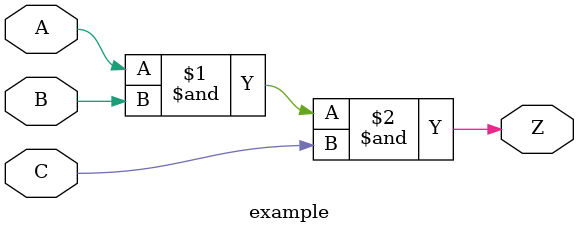
<source format=v>
module example(A,B,C,Z);


		input A,B,C;
		output Z;

		and a1(Z,A,B,C);
	
endmodule 
</source>
